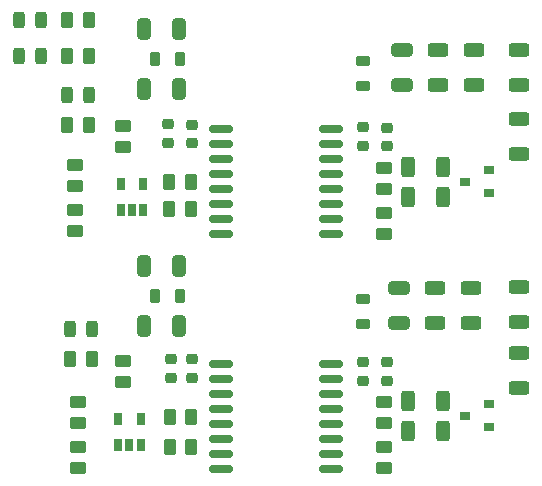
<source format=gtp>
%TF.GenerationSoftware,KiCad,Pcbnew,(6.0.9)*%
%TF.CreationDate,2022-11-14T07:28:00+00:00*%
%TF.ProjectId,mega485,6d656761-3438-4352-9e6b-696361645f70,rev?*%
%TF.SameCoordinates,Original*%
%TF.FileFunction,Paste,Top*%
%TF.FilePolarity,Positive*%
%FSLAX46Y46*%
G04 Gerber Fmt 4.6, Leading zero omitted, Abs format (unit mm)*
G04 Created by KiCad (PCBNEW (6.0.9)) date 2022-11-14 07:28:00*
%MOMM*%
%LPD*%
G01*
G04 APERTURE LIST*
G04 Aperture macros list*
%AMRoundRect*
0 Rectangle with rounded corners*
0 $1 Rounding radius*
0 $2 $3 $4 $5 $6 $7 $8 $9 X,Y pos of 4 corners*
0 Add a 4 corners polygon primitive as box body*
4,1,4,$2,$3,$4,$5,$6,$7,$8,$9,$2,$3,0*
0 Add four circle primitives for the rounded corners*
1,1,$1+$1,$2,$3*
1,1,$1+$1,$4,$5*
1,1,$1+$1,$6,$7*
1,1,$1+$1,$8,$9*
0 Add four rect primitives between the rounded corners*
20,1,$1+$1,$2,$3,$4,$5,0*
20,1,$1+$1,$4,$5,$6,$7,0*
20,1,$1+$1,$6,$7,$8,$9,0*
20,1,$1+$1,$8,$9,$2,$3,0*%
G04 Aperture macros list end*
%ADD10RoundRect,0.250000X0.450000X-0.262500X0.450000X0.262500X-0.450000X0.262500X-0.450000X-0.262500X0*%
%ADD11RoundRect,0.250000X-0.450000X0.262500X-0.450000X-0.262500X0.450000X-0.262500X0.450000X0.262500X0*%
%ADD12RoundRect,0.250000X-0.262500X-0.450000X0.262500X-0.450000X0.262500X0.450000X-0.262500X0.450000X0*%
%ADD13RoundRect,0.243750X-0.243750X-0.456250X0.243750X-0.456250X0.243750X0.456250X-0.243750X0.456250X0*%
%ADD14RoundRect,0.225000X-0.250000X0.225000X-0.250000X-0.225000X0.250000X-0.225000X0.250000X0.225000X0*%
%ADD15RoundRect,0.218750X-0.218750X-0.381250X0.218750X-0.381250X0.218750X0.381250X-0.218750X0.381250X0*%
%ADD16RoundRect,0.250000X0.625000X-0.312500X0.625000X0.312500X-0.625000X0.312500X-0.625000X-0.312500X0*%
%ADD17RoundRect,0.250000X0.325000X0.650000X-0.325000X0.650000X-0.325000X-0.650000X0.325000X-0.650000X0*%
%ADD18R,0.650000X1.060000*%
%ADD19RoundRect,0.250000X0.650000X-0.325000X0.650000X0.325000X-0.650000X0.325000X-0.650000X-0.325000X0*%
%ADD20RoundRect,0.250000X-0.325000X-0.650000X0.325000X-0.650000X0.325000X0.650000X-0.325000X0.650000X0*%
%ADD21RoundRect,0.250000X0.312500X0.625000X-0.312500X0.625000X-0.312500X-0.625000X0.312500X-0.625000X0*%
%ADD22RoundRect,0.250000X0.262500X0.450000X-0.262500X0.450000X-0.262500X-0.450000X0.262500X-0.450000X0*%
%ADD23RoundRect,0.250000X-0.625000X0.312500X-0.625000X-0.312500X0.625000X-0.312500X0.625000X0.312500X0*%
%ADD24RoundRect,0.218750X0.381250X-0.218750X0.381250X0.218750X-0.381250X0.218750X-0.381250X-0.218750X0*%
%ADD25R,0.900000X0.800000*%
%ADD26RoundRect,0.150000X-0.875000X-0.150000X0.875000X-0.150000X0.875000X0.150000X-0.875000X0.150000X0*%
G04 APERTURE END LIST*
D10*
%TO.C,R7*%
X123190000Y-91590500D03*
X123190000Y-89765500D03*
%TD*%
D11*
%TO.C,R6*%
X123190000Y-85955500D03*
X123190000Y-87780500D03*
%TD*%
D10*
%TO.C,R5*%
X122936000Y-71524500D03*
X122936000Y-69699500D03*
%TD*%
D12*
%TO.C,R4*%
X122531500Y-82296000D03*
X124356500Y-82296000D03*
%TD*%
%TO.C,R3*%
X122277500Y-62484000D03*
X124102500Y-62484000D03*
%TD*%
%TO.C,R2*%
X122277500Y-56642000D03*
X124102500Y-56642000D03*
%TD*%
%TO.C,R1*%
X122277500Y-53594000D03*
X124102500Y-53594000D03*
%TD*%
D13*
%TO.C,D4*%
X122506500Y-79756000D03*
X124381500Y-79756000D03*
%TD*%
%TO.C,D3*%
X124127500Y-59944000D03*
X122252500Y-59944000D03*
%TD*%
%TO.C,D2*%
X118188500Y-56642000D03*
X120063500Y-56642000D03*
%TD*%
%TO.C,D1*%
X118188500Y-53594000D03*
X120063500Y-53594000D03*
%TD*%
D14*
%TO.C,C18*%
X131111500Y-82372500D03*
X131111500Y-83922500D03*
%TD*%
D15*
%TO.C,L3*%
X129747500Y-76962000D03*
X131872500Y-76962000D03*
%TD*%
D16*
%TO.C,R31*%
X160528000Y-79186500D03*
X160528000Y-76261500D03*
%TD*%
D15*
%TO.C,L2*%
X129747500Y-56896000D03*
X131872500Y-56896000D03*
%TD*%
D17*
%TO.C,C22*%
X131777000Y-74422000D03*
X128827000Y-74422000D03*
%TD*%
D16*
%TO.C,R33*%
X153463500Y-79276000D03*
X153463500Y-76351000D03*
%TD*%
D11*
%TO.C,R18*%
X127047500Y-82489000D03*
X127047500Y-84314000D03*
%TD*%
D10*
%TO.C,R38*%
X149098000Y-91590500D03*
X149098000Y-89765500D03*
%TD*%
D18*
%TO.C,U7*%
X126812000Y-69680000D03*
X127762000Y-69680000D03*
X128712000Y-69680000D03*
X128712000Y-67480000D03*
X126812000Y-67480000D03*
%TD*%
D19*
%TO.C,C25*%
X150622000Y-59133000D03*
X150622000Y-56183000D03*
%TD*%
D10*
%TO.C,R34*%
X149098000Y-67968500D03*
X149098000Y-66143500D03*
%TD*%
D14*
%TO.C,C27*%
X149352000Y-62738000D03*
X149352000Y-64288000D03*
%TD*%
D11*
%TO.C,R24*%
X122936000Y-65889500D03*
X122936000Y-67714500D03*
%TD*%
D16*
%TO.C,R40*%
X156718000Y-59120500D03*
X156718000Y-56195500D03*
%TD*%
D14*
%TO.C,C20*%
X132889500Y-83922500D03*
X132889500Y-82372500D03*
%TD*%
D20*
%TO.C,C15*%
X128827000Y-59436000D03*
X131777000Y-59436000D03*
%TD*%
D21*
%TO.C,R26*%
X154116500Y-66040000D03*
X151191500Y-66040000D03*
%TD*%
D10*
%TO.C,R35*%
X149098000Y-71778500D03*
X149098000Y-69953500D03*
%TD*%
D22*
%TO.C,R20*%
X132786000Y-89751500D03*
X130961000Y-89751500D03*
%TD*%
D14*
%TO.C,C28*%
X149399500Y-82626500D03*
X149399500Y-84176500D03*
%TD*%
%TO.C,C19*%
X132842000Y-64034000D03*
X132842000Y-62484000D03*
%TD*%
D21*
%TO.C,R29*%
X151191500Y-85852000D03*
X154116500Y-85852000D03*
%TD*%
D14*
%TO.C,C16*%
X130810000Y-64021000D03*
X130810000Y-62471000D03*
%TD*%
D23*
%TO.C,R36*%
X160528000Y-62037500D03*
X160528000Y-64962500D03*
%TD*%
D20*
%TO.C,C17*%
X128827000Y-79502000D03*
X131777000Y-79502000D03*
%TD*%
D16*
%TO.C,R32*%
X153670000Y-59120500D03*
X153670000Y-56195500D03*
%TD*%
D19*
%TO.C,C26*%
X150415500Y-79288500D03*
X150415500Y-76338500D03*
%TD*%
D22*
%TO.C,R23*%
X132738500Y-67310000D03*
X130913500Y-67310000D03*
%TD*%
D16*
%TO.C,R41*%
X156511500Y-79276000D03*
X156511500Y-76351000D03*
%TD*%
D24*
%TO.C,L4*%
X147320000Y-57103500D03*
X147320000Y-59228500D03*
%TD*%
D21*
%TO.C,R27*%
X154116500Y-68580000D03*
X151191500Y-68580000D03*
%TD*%
D23*
%TO.C,R39*%
X160528000Y-81849500D03*
X160528000Y-84774500D03*
%TD*%
D25*
%TO.C,D11*%
X157972000Y-68260000D03*
X157972000Y-66360000D03*
X155972000Y-67310000D03*
%TD*%
D24*
%TO.C,L5*%
X147367500Y-79384000D03*
X147367500Y-77259000D03*
%TD*%
D11*
%TO.C,R17*%
X127000000Y-62587500D03*
X127000000Y-64412500D03*
%TD*%
D17*
%TO.C,C21*%
X131777000Y-54356000D03*
X128827000Y-54356000D03*
%TD*%
D18*
%TO.C,U6*%
X126605500Y-89581500D03*
X127555500Y-89581500D03*
X128505500Y-89581500D03*
X128505500Y-87381500D03*
X126605500Y-87381500D03*
%TD*%
D25*
%TO.C,D12*%
X155972000Y-87122000D03*
X157972000Y-86172000D03*
X157972000Y-88072000D03*
%TD*%
D22*
%TO.C,R22*%
X132786000Y-87211500D03*
X130961000Y-87211500D03*
%TD*%
D10*
%TO.C,R37*%
X149098000Y-87780500D03*
X149098000Y-85955500D03*
%TD*%
D16*
%TO.C,R28*%
X160528000Y-59120500D03*
X160528000Y-56195500D03*
%TD*%
D26*
%TO.C,U11*%
X135351500Y-82766500D03*
X135351500Y-84036500D03*
X135351500Y-85306500D03*
X135351500Y-86576500D03*
X135351500Y-87846500D03*
X135351500Y-89116500D03*
X135351500Y-90386500D03*
X135351500Y-91656500D03*
X144651500Y-91656500D03*
X144651500Y-90386500D03*
X144651500Y-89116500D03*
X144651500Y-87846500D03*
X144651500Y-86576500D03*
X144651500Y-85306500D03*
X144651500Y-84036500D03*
X144651500Y-82766500D03*
%TD*%
%TO.C,U9*%
X135304000Y-62865000D03*
X135304000Y-64135000D03*
X135304000Y-65405000D03*
X135304000Y-66675000D03*
X135304000Y-67945000D03*
X135304000Y-69215000D03*
X135304000Y-70485000D03*
X135304000Y-71755000D03*
X144604000Y-71755000D03*
X144604000Y-70485000D03*
X144604000Y-69215000D03*
X144604000Y-67945000D03*
X144604000Y-66675000D03*
X144604000Y-65405000D03*
X144604000Y-64135000D03*
X144604000Y-62865000D03*
%TD*%
D22*
%TO.C,R21*%
X132738500Y-69596000D03*
X130913500Y-69596000D03*
%TD*%
D21*
%TO.C,R30*%
X151191500Y-88392000D03*
X154116500Y-88392000D03*
%TD*%
D14*
%TO.C,C23*%
X147320000Y-62725000D03*
X147320000Y-64275000D03*
%TD*%
%TO.C,C24*%
X147367500Y-82626500D03*
X147367500Y-84176500D03*
%TD*%
M02*

</source>
